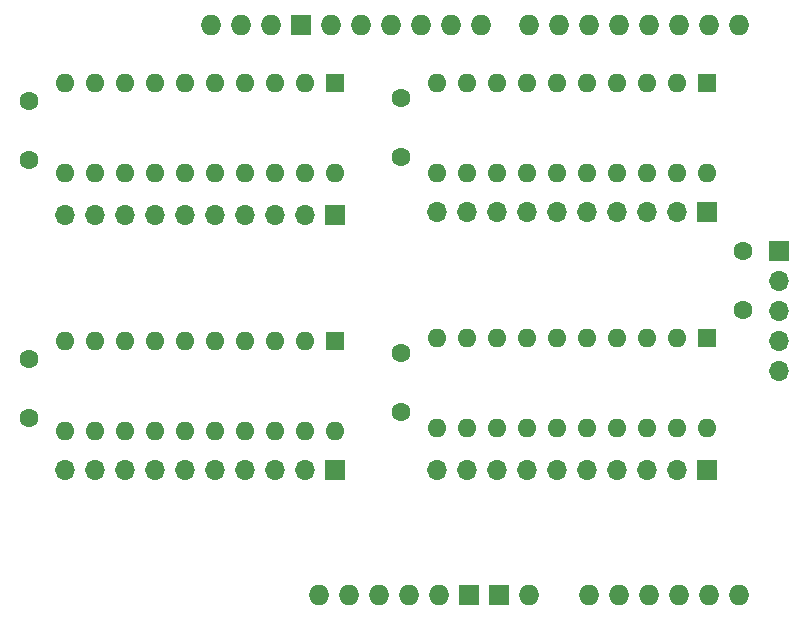
<source format=gbr>
%TF.GenerationSoftware,KiCad,Pcbnew,8.0.8*%
%TF.CreationDate,2025-02-03T13:00:51-08:00*%
%TF.ProjectId,ArduinoExpander,41726475-696e-46f4-9578-70616e646572,rev?*%
%TF.SameCoordinates,Original*%
%TF.FileFunction,Soldermask,Bot*%
%TF.FilePolarity,Negative*%
%FSLAX46Y46*%
G04 Gerber Fmt 4.6, Leading zero omitted, Abs format (unit mm)*
G04 Created by KiCad (PCBNEW 8.0.8) date 2025-02-03 13:00:51*
%MOMM*%
%LPD*%
G01*
G04 APERTURE LIST*
%ADD10C,1.600000*%
%ADD11O,1.727200X1.727200*%
%ADD12R,1.727200X1.727200*%
%ADD13R,1.700000X1.700000*%
%ADD14O,1.700000X1.700000*%
%ADD15R,1.600000X1.600000*%
%ADD16O,1.600000X1.600000*%
G04 APERTURE END LIST*
D10*
%TO.C,C5*%
X124968000Y-73580000D03*
X124968000Y-68580000D03*
%TD*%
%TO.C,C1*%
X64516000Y-77724000D03*
X64516000Y-82724000D03*
%TD*%
%TO.C,C2*%
X64516000Y-55880000D03*
X64516000Y-60880000D03*
%TD*%
D11*
%TO.C,A1*%
X106865200Y-97677437D03*
X82481200Y-49417437D03*
X79941200Y-49417437D03*
X94165200Y-97677437D03*
X91625200Y-97677437D03*
D12*
X104325200Y-97677437D03*
X101785200Y-97677437D03*
X87561200Y-49417437D03*
D11*
X90101200Y-49417437D03*
X92641200Y-49417437D03*
X95181200Y-49417437D03*
X97721200Y-49417437D03*
X100261200Y-49417437D03*
X102801200Y-49417437D03*
X106865200Y-49417437D03*
X109405200Y-49417437D03*
X111945200Y-49417437D03*
X114485200Y-49417437D03*
X117025200Y-49417437D03*
X119565200Y-49417437D03*
X122105200Y-49417437D03*
X124645200Y-49417437D03*
X85021200Y-49417437D03*
X124645200Y-97677437D03*
X122105200Y-97677437D03*
X119565200Y-97677437D03*
X117025200Y-97677437D03*
X114485200Y-97677437D03*
X111945200Y-97677437D03*
X99245200Y-97677437D03*
X96705200Y-97677437D03*
X89085200Y-97677437D03*
%TD*%
D13*
%TO.C,J3*%
X121920000Y-87112000D03*
D14*
X119380000Y-87112000D03*
X116840000Y-87112000D03*
X114300000Y-87112000D03*
X111760000Y-87112000D03*
X109220000Y-87112000D03*
X106680000Y-87112000D03*
X104140000Y-87112000D03*
X101600000Y-87112000D03*
X99060000Y-87112000D03*
%TD*%
D15*
%TO.C,U1*%
X90424000Y-76200000D03*
D16*
X87884000Y-76200000D03*
X85344000Y-76200000D03*
X82804000Y-76200000D03*
X80264000Y-76200000D03*
X77724000Y-76200000D03*
X75184000Y-76200000D03*
X72644000Y-76200000D03*
X70104000Y-76200000D03*
X67564000Y-76200000D03*
X67564000Y-83820000D03*
X70104000Y-83820000D03*
X72644000Y-83820000D03*
X75184000Y-83820000D03*
X77724000Y-83820000D03*
X80264000Y-83820000D03*
X82804000Y-83820000D03*
X85344000Y-83820000D03*
X87884000Y-83820000D03*
X90424000Y-83820000D03*
%TD*%
D15*
%TO.C,U2*%
X90424000Y-54356000D03*
D16*
X87884000Y-54356000D03*
X85344000Y-54356000D03*
X82804000Y-54356000D03*
X80264000Y-54356000D03*
X77724000Y-54356000D03*
X75184000Y-54356000D03*
X72644000Y-54356000D03*
X70104000Y-54356000D03*
X67564000Y-54356000D03*
X67564000Y-61976000D03*
X70104000Y-61976000D03*
X72644000Y-61976000D03*
X75184000Y-61976000D03*
X77724000Y-61976000D03*
X80264000Y-61976000D03*
X82804000Y-61976000D03*
X85344000Y-61976000D03*
X87884000Y-61976000D03*
X90424000Y-61976000D03*
%TD*%
D15*
%TO.C,U4*%
X121920000Y-54356000D03*
D16*
X119380000Y-54356000D03*
X116840000Y-54356000D03*
X114300000Y-54356000D03*
X111760000Y-54356000D03*
X109220000Y-54356000D03*
X106680000Y-54356000D03*
X104140000Y-54356000D03*
X101600000Y-54356000D03*
X99060000Y-54356000D03*
X99060000Y-61976000D03*
X101600000Y-61976000D03*
X104140000Y-61976000D03*
X106680000Y-61976000D03*
X109220000Y-61976000D03*
X111760000Y-61976000D03*
X114300000Y-61976000D03*
X116840000Y-61976000D03*
X119380000Y-61976000D03*
X121920000Y-61976000D03*
%TD*%
D13*
%TO.C,J2*%
X90424000Y-65532000D03*
D14*
X87884000Y-65532000D03*
X85344000Y-65532000D03*
X82804000Y-65532000D03*
X80264000Y-65532000D03*
X77724000Y-65532000D03*
X75184000Y-65532000D03*
X72644000Y-65532000D03*
X70104000Y-65532000D03*
X67564000Y-65532000D03*
%TD*%
D10*
%TO.C,C3*%
X96012000Y-55616000D03*
X96012000Y-60616000D03*
%TD*%
%TO.C,C4*%
X96012000Y-77216000D03*
X96012000Y-82216000D03*
%TD*%
D15*
%TO.C,U3*%
X121920000Y-75936000D03*
D16*
X119380000Y-75936000D03*
X116840000Y-75936000D03*
X114300000Y-75936000D03*
X111760000Y-75936000D03*
X109220000Y-75936000D03*
X106680000Y-75936000D03*
X104140000Y-75936000D03*
X101600000Y-75936000D03*
X99060000Y-75936000D03*
X99060000Y-83556000D03*
X101600000Y-83556000D03*
X104140000Y-83556000D03*
X106680000Y-83556000D03*
X109220000Y-83556000D03*
X111760000Y-83556000D03*
X114300000Y-83556000D03*
X116840000Y-83556000D03*
X119380000Y-83556000D03*
X121920000Y-83556000D03*
%TD*%
D13*
%TO.C,J4*%
X121920000Y-65268000D03*
D14*
X119380000Y-65268000D03*
X116840000Y-65268000D03*
X114300000Y-65268000D03*
X111760000Y-65268000D03*
X109220000Y-65268000D03*
X106680000Y-65268000D03*
X104140000Y-65268000D03*
X101600000Y-65268000D03*
X99060000Y-65268000D03*
%TD*%
D13*
%TO.C,J5*%
X128016000Y-68580000D03*
D14*
X128016000Y-71120000D03*
X128016000Y-73660000D03*
X128016000Y-76200000D03*
X128016000Y-78740000D03*
%TD*%
D13*
%TO.C,J1*%
X90424000Y-87112000D03*
D14*
X87884000Y-87112000D03*
X85344000Y-87112000D03*
X82804000Y-87112000D03*
X80264000Y-87112000D03*
X77724000Y-87112000D03*
X75184000Y-87112000D03*
X72644000Y-87112000D03*
X70104000Y-87112000D03*
X67564000Y-87112000D03*
%TD*%
M02*

</source>
